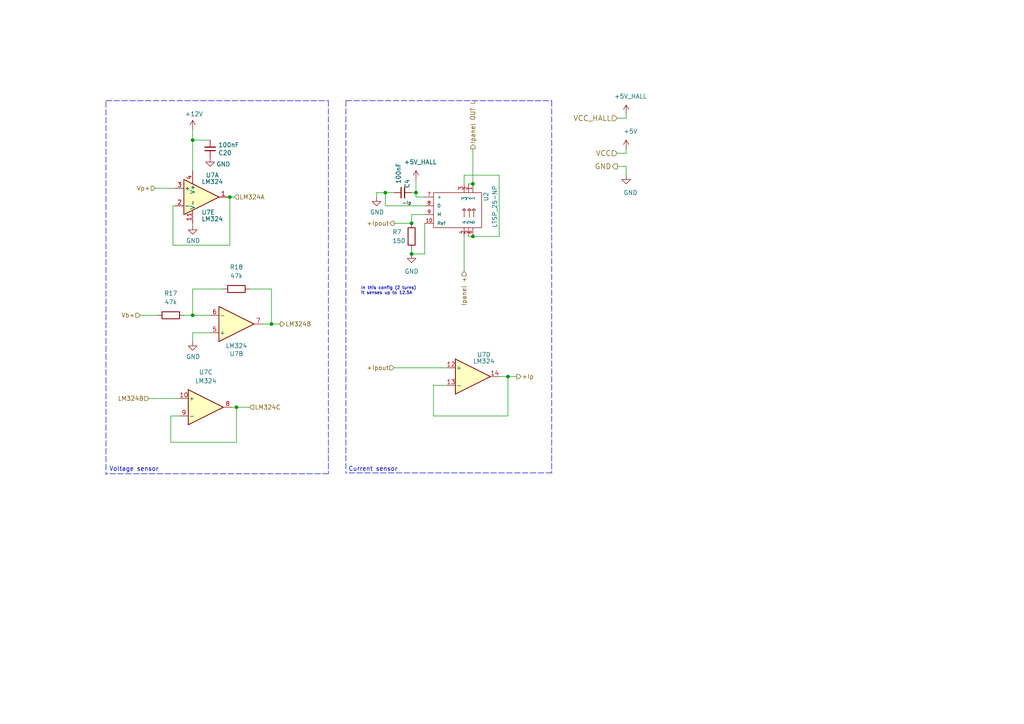
<source format=kicad_sch>
(kicad_sch
	(version 20231120)
	(generator "eeschema")
	(generator_version "8.0")
	(uuid "1d6cba03-a266-4f49-8577-2f919dd4e552")
	(paper "A4")
	(lib_symbols
		(symbol "Amplifier_Operational:LM324"
			(pin_names
				(offset 0.127)
			)
			(exclude_from_sim no)
			(in_bom yes)
			(on_board yes)
			(property "Reference" "U"
				(at 0 5.08 0)
				(effects
					(font
						(size 1.27 1.27)
					)
					(justify left)
				)
			)
			(property "Value" "LM324"
				(at 0 -5.08 0)
				(effects
					(font
						(size 1.27 1.27)
					)
					(justify left)
				)
			)
			(property "Footprint" ""
				(at -1.27 2.54 0)
				(effects
					(font
						(size 1.27 1.27)
					)
					(hide yes)
				)
			)
			(property "Datasheet" "http://www.ti.com/lit/ds/symlink/lm2902-n.pdf"
				(at 1.27 5.08 0)
				(effects
					(font
						(size 1.27 1.27)
					)
					(hide yes)
				)
			)
			(property "Description" "Low-Power, Quad-Operational Amplifiers, DIP-14/SOIC-14/SSOP-14"
				(at 0 0 0)
				(effects
					(font
						(size 1.27 1.27)
					)
					(hide yes)
				)
			)
			(property "ki_locked" ""
				(at 0 0 0)
				(effects
					(font
						(size 1.27 1.27)
					)
				)
			)
			(property "ki_keywords" "quad opamp"
				(at 0 0 0)
				(effects
					(font
						(size 1.27 1.27)
					)
					(hide yes)
				)
			)
			(property "ki_fp_filters" "SOIC*3.9x8.7mm*P1.27mm* DIP*W7.62mm* TSSOP*4.4x5mm*P0.65mm* SSOP*5.3x6.2mm*P0.65mm* MSOP*3x3mm*P0.5mm*"
				(at 0 0 0)
				(effects
					(font
						(size 1.27 1.27)
					)
					(hide yes)
				)
			)
			(symbol "LM324_1_1"
				(polyline
					(pts
						(xy -5.08 5.08) (xy 5.08 0) (xy -5.08 -5.08) (xy -5.08 5.08)
					)
					(stroke
						(width 0.254)
						(type default)
					)
					(fill
						(type background)
					)
				)
				(pin output line
					(at 7.62 0 180)
					(length 2.54)
					(name "~"
						(effects
							(font
								(size 1.27 1.27)
							)
						)
					)
					(number "1"
						(effects
							(font
								(size 1.27 1.27)
							)
						)
					)
				)
				(pin input line
					(at -7.62 -2.54 0)
					(length 2.54)
					(name "-"
						(effects
							(font
								(size 1.27 1.27)
							)
						)
					)
					(number "2"
						(effects
							(font
								(size 1.27 1.27)
							)
						)
					)
				)
				(pin input line
					(at -7.62 2.54 0)
					(length 2.54)
					(name "+"
						(effects
							(font
								(size 1.27 1.27)
							)
						)
					)
					(number "3"
						(effects
							(font
								(size 1.27 1.27)
							)
						)
					)
				)
			)
			(symbol "LM324_2_1"
				(polyline
					(pts
						(xy -5.08 5.08) (xy 5.08 0) (xy -5.08 -5.08) (xy -5.08 5.08)
					)
					(stroke
						(width 0.254)
						(type default)
					)
					(fill
						(type background)
					)
				)
				(pin input line
					(at -7.62 2.54 0)
					(length 2.54)
					(name "+"
						(effects
							(font
								(size 1.27 1.27)
							)
						)
					)
					(number "5"
						(effects
							(font
								(size 1.27 1.27)
							)
						)
					)
				)
				(pin input line
					(at -7.62 -2.54 0)
					(length 2.54)
					(name "-"
						(effects
							(font
								(size 1.27 1.27)
							)
						)
					)
					(number "6"
						(effects
							(font
								(size 1.27 1.27)
							)
						)
					)
				)
				(pin output line
					(at 7.62 0 180)
					(length 2.54)
					(name "~"
						(effects
							(font
								(size 1.27 1.27)
							)
						)
					)
					(number "7"
						(effects
							(font
								(size 1.27 1.27)
							)
						)
					)
				)
			)
			(symbol "LM324_3_1"
				(polyline
					(pts
						(xy -5.08 5.08) (xy 5.08 0) (xy -5.08 -5.08) (xy -5.08 5.08)
					)
					(stroke
						(width 0.254)
						(type default)
					)
					(fill
						(type background)
					)
				)
				(pin input line
					(at -7.62 2.54 0)
					(length 2.54)
					(name "+"
						(effects
							(font
								(size 1.27 1.27)
							)
						)
					)
					(number "10"
						(effects
							(font
								(size 1.27 1.27)
							)
						)
					)
				)
				(pin output line
					(at 7.62 0 180)
					(length 2.54)
					(name "~"
						(effects
							(font
								(size 1.27 1.27)
							)
						)
					)
					(number "8"
						(effects
							(font
								(size 1.27 1.27)
							)
						)
					)
				)
				(pin input line
					(at -7.62 -2.54 0)
					(length 2.54)
					(name "-"
						(effects
							(font
								(size 1.27 1.27)
							)
						)
					)
					(number "9"
						(effects
							(font
								(size 1.27 1.27)
							)
						)
					)
				)
			)
			(symbol "LM324_4_1"
				(polyline
					(pts
						(xy -5.08 5.08) (xy 5.08 0) (xy -5.08 -5.08) (xy -5.08 5.08)
					)
					(stroke
						(width 0.254)
						(type default)
					)
					(fill
						(type background)
					)
				)
				(pin input line
					(at -7.62 2.54 0)
					(length 2.54)
					(name "+"
						(effects
							(font
								(size 1.27 1.27)
							)
						)
					)
					(number "12"
						(effects
							(font
								(size 1.27 1.27)
							)
						)
					)
				)
				(pin input line
					(at -7.62 -2.54 0)
					(length 2.54)
					(name "-"
						(effects
							(font
								(size 1.27 1.27)
							)
						)
					)
					(number "13"
						(effects
							(font
								(size 1.27 1.27)
							)
						)
					)
				)
				(pin output line
					(at 7.62 0 180)
					(length 2.54)
					(name "~"
						(effects
							(font
								(size 1.27 1.27)
							)
						)
					)
					(number "14"
						(effects
							(font
								(size 1.27 1.27)
							)
						)
					)
				)
			)
			(symbol "LM324_5_1"
				(pin power_in line
					(at -2.54 -7.62 90)
					(length 3.81)
					(name "V-"
						(effects
							(font
								(size 1.27 1.27)
							)
						)
					)
					(number "11"
						(effects
							(font
								(size 1.27 1.27)
							)
						)
					)
				)
				(pin power_in line
					(at -2.54 7.62 270)
					(length 3.81)
					(name "V+"
						(effects
							(font
								(size 1.27 1.27)
							)
						)
					)
					(number "4"
						(effects
							(font
								(size 1.27 1.27)
							)
						)
					)
				)
			)
		)
		(symbol "Device:C_Small"
			(pin_numbers hide)
			(pin_names
				(offset 0.254) hide)
			(exclude_from_sim no)
			(in_bom yes)
			(on_board yes)
			(property "Reference" "C"
				(at 0.254 1.778 0)
				(effects
					(font
						(size 1.27 1.27)
					)
					(justify left)
				)
			)
			(property "Value" "C_Small"
				(at 0.254 -2.032 0)
				(effects
					(font
						(size 1.27 1.27)
					)
					(justify left)
				)
			)
			(property "Footprint" ""
				(at 0 0 0)
				(effects
					(font
						(size 1.27 1.27)
					)
					(hide yes)
				)
			)
			(property "Datasheet" "~"
				(at 0 0 0)
				(effects
					(font
						(size 1.27 1.27)
					)
					(hide yes)
				)
			)
			(property "Description" "Unpolarized capacitor, small symbol"
				(at 0 0 0)
				(effects
					(font
						(size 1.27 1.27)
					)
					(hide yes)
				)
			)
			(property "ki_keywords" "capacitor cap"
				(at 0 0 0)
				(effects
					(font
						(size 1.27 1.27)
					)
					(hide yes)
				)
			)
			(property "ki_fp_filters" "C_*"
				(at 0 0 0)
				(effects
					(font
						(size 1.27 1.27)
					)
					(hide yes)
				)
			)
			(symbol "C_Small_0_1"
				(polyline
					(pts
						(xy -1.524 -0.508) (xy 1.524 -0.508)
					)
					(stroke
						(width 0.3302)
						(type default)
					)
					(fill
						(type none)
					)
				)
				(polyline
					(pts
						(xy -1.524 0.508) (xy 1.524 0.508)
					)
					(stroke
						(width 0.3048)
						(type default)
					)
					(fill
						(type none)
					)
				)
			)
			(symbol "C_Small_1_1"
				(pin passive line
					(at 0 2.54 270)
					(length 2.032)
					(name "~"
						(effects
							(font
								(size 1.27 1.27)
							)
						)
					)
					(number "1"
						(effects
							(font
								(size 1.27 1.27)
							)
						)
					)
				)
				(pin passive line
					(at 0 -2.54 90)
					(length 2.032)
					(name "~"
						(effects
							(font
								(size 1.27 1.27)
							)
						)
					)
					(number "2"
						(effects
							(font
								(size 1.27 1.27)
							)
						)
					)
				)
			)
		)
		(symbol "Device:R"
			(pin_numbers hide)
			(pin_names
				(offset 0)
			)
			(exclude_from_sim no)
			(in_bom yes)
			(on_board yes)
			(property "Reference" "R"
				(at 2.032 0 90)
				(effects
					(font
						(size 1.27 1.27)
					)
				)
			)
			(property "Value" "R"
				(at 0 0 90)
				(effects
					(font
						(size 1.27 1.27)
					)
				)
			)
			(property "Footprint" ""
				(at -1.778 0 90)
				(effects
					(font
						(size 1.27 1.27)
					)
					(hide yes)
				)
			)
			(property "Datasheet" "~"
				(at 0 0 0)
				(effects
					(font
						(size 1.27 1.27)
					)
					(hide yes)
				)
			)
			(property "Description" "Resistor"
				(at 0 0 0)
				(effects
					(font
						(size 1.27 1.27)
					)
					(hide yes)
				)
			)
			(property "ki_keywords" "R res resistor"
				(at 0 0 0)
				(effects
					(font
						(size 1.27 1.27)
					)
					(hide yes)
				)
			)
			(property "ki_fp_filters" "R_*"
				(at 0 0 0)
				(effects
					(font
						(size 1.27 1.27)
					)
					(hide yes)
				)
			)
			(symbol "R_0_1"
				(rectangle
					(start -1.016 -2.54)
					(end 1.016 2.54)
					(stroke
						(width 0.254)
						(type default)
					)
					(fill
						(type none)
					)
				)
			)
			(symbol "R_1_1"
				(pin passive line
					(at 0 3.81 270)
					(length 1.27)
					(name "~"
						(effects
							(font
								(size 1.27 1.27)
							)
						)
					)
					(number "1"
						(effects
							(font
								(size 1.27 1.27)
							)
						)
					)
				)
				(pin passive line
					(at 0 -3.81 90)
					(length 1.27)
					(name "~"
						(effects
							(font
								(size 1.27 1.27)
							)
						)
					)
					(number "2"
						(effects
							(font
								(size 1.27 1.27)
							)
						)
					)
				)
			)
		)
		(symbol "GND_1"
			(power)
			(pin_numbers hide)
			(pin_names
				(offset 0) hide)
			(exclude_from_sim no)
			(in_bom yes)
			(on_board yes)
			(property "Reference" "#PWR"
				(at 0 -6.35 0)
				(effects
					(font
						(size 1.27 1.27)
					)
					(hide yes)
				)
			)
			(property "Value" "GND"
				(at 0 -3.81 0)
				(effects
					(font
						(size 1.27 1.27)
					)
				)
			)
			(property "Footprint" ""
				(at 0 0 0)
				(effects
					(font
						(size 1.27 1.27)
					)
					(hide yes)
				)
			)
			(property "Datasheet" ""
				(at 0 0 0)
				(effects
					(font
						(size 1.27 1.27)
					)
					(hide yes)
				)
			)
			(property "Description" "Power symbol creates a global label with name \"GND\" , ground"
				(at 0 0 0)
				(effects
					(font
						(size 1.27 1.27)
					)
					(hide yes)
				)
			)
			(property "ki_keywords" "global power"
				(at 0 0 0)
				(effects
					(font
						(size 1.27 1.27)
					)
					(hide yes)
				)
			)
			(symbol "GND_1_0_1"
				(polyline
					(pts
						(xy 0 0) (xy 0 -1.27) (xy 1.27 -1.27) (xy 0 -2.54) (xy -1.27 -1.27) (xy 0 -1.27)
					)
					(stroke
						(width 0)
						(type default)
					)
					(fill
						(type none)
					)
				)
			)
			(symbol "GND_1_1_1"
				(pin power_in line
					(at 0 0 270)
					(length 0)
					(name "~"
						(effects
							(font
								(size 1.27 1.27)
							)
						)
					)
					(number "1"
						(effects
							(font
								(size 1.27 1.27)
							)
						)
					)
				)
			)
		)
		(symbol "MCC18:LTSP_25-NP-Sensor_Current-Mcc18-rescue-Mcc18-rescue-Mcc18-rescue-Mcc18-rescue-Mcc18-rescue"
			(pin_names
				(offset 1.016)
			)
			(exclude_from_sim no)
			(in_bom yes)
			(on_board yes)
			(property "Reference" "U"
				(at 1.016 -15.24 0)
				(effects
					(font
						(size 0.9906 0.9906)
					)
				)
			)
			(property "Value" "LTSP_25-NP-Sensor_Current-Mcc18-rescue-Mcc18-rescue-Mcc18-rescue-Mcc18-rescue-Mcc18-rescue"
				(at 6.858 -15.24 0)
				(effects
					(font
						(size 0.9906 0.9906)
					)
				)
			)
			(property "Footprint" ""
				(at 0 0 0)
				(effects
					(font
						(size 1.27 1.27)
					)
					(hide yes)
				)
			)
			(property "Datasheet" ""
				(at 0 0 0)
				(effects
					(font
						(size 1.27 1.27)
					)
					(hide yes)
				)
			)
			(property "Description" ""
				(at 0 0 0)
				(effects
					(font
						(size 1.27 1.27)
					)
					(hide yes)
				)
			)
			(symbol "LTSP_25-NP-Sensor_Current-Mcc18-rescue-Mcc18-rescue-Mcc18-rescue-Mcc18-rescue-Mcc18-rescue_0_1"
				(polyline
					(pts
						(xy 7.112 -8.89) (xy 5.08 -8.89) (xy 5.08 -8.382) (xy 4.572 -8.89) (xy 5.08 -9.398) (xy 5.08 -8.89)
					)
					(stroke
						(width 0)
						(type solid)
					)
					(fill
						(type none)
					)
				)
				(rectangle
					(start 0 0)
					(end 10.16 -13.97)
					(stroke
						(width 0)
						(type solid)
					)
					(fill
						(type none)
					)
				)
			)
			(symbol "LTSP_25-NP-Sensor_Current-Mcc18-rescue-Mcc18-rescue-Mcc18-rescue-Mcc18-rescue-Mcc18-rescue_1_1"
				(polyline
					(pts
						(xy 7.112 -11.684) (xy 5.08 -11.684) (xy 5.08 -11.176) (xy 4.572 -11.684) (xy 5.08 -12.192) (xy 5.08 -11.684)
					)
					(stroke
						(width 0)
						(type solid)
					)
					(fill
						(type none)
					)
				)
				(polyline
					(pts
						(xy 7.112 -10.414) (xy 5.08 -10.414) (xy 5.08 -9.906) (xy 4.572 -10.414) (xy 5.08 -10.922) (xy 5.08 -10.414)
					)
					(stroke
						(width 0)
						(type solid)
					)
					(fill
						(type none)
					)
				)
				(pin bidirectional line
					(at -2.54 -11.43 0)
					(length 2.54)
					(name "1"
						(effects
							(font
								(size 0.9906 0.9906)
							)
						)
					)
					(number "1"
						(effects
							(font
								(size 0.9906 0.9906)
							)
						)
					)
				)
				(pin power_out line
					(at 8.89 2.54 270)
					(length 2.54)
					(name "Ref"
						(effects
							(font
								(size 0.9906 0.9906)
							)
						)
					)
					(number "10"
						(effects
							(font
								(size 0.9906 0.9906)
							)
						)
					)
				)
				(pin bidirectional line
					(at -2.54 -10.16 0)
					(length 2.54)
					(name "2"
						(effects
							(font
								(size 0.9906 0.9906)
							)
						)
					)
					(number "2"
						(effects
							(font
								(size 0.9906 0.9906)
							)
						)
					)
				)
				(pin bidirectional line
					(at -2.54 -8.89 0)
					(length 2.54)
					(name "3"
						(effects
							(font
								(size 1.27 1.27)
							)
						)
					)
					(number "3"
						(effects
							(font
								(size 1.27 1.27)
							)
						)
					)
				)
				(pin bidirectional line
					(at 12.7 -8.89 180)
					(length 2.54)
					(name "4"
						(effects
							(font
								(size 0.9906 0.9906)
							)
						)
					)
					(number "4"
						(effects
							(font
								(size 0.9906 0.9906)
							)
						)
					)
				)
				(pin bidirectional line
					(at 12.7 -10.16 180)
					(length 2.54)
					(name "5"
						(effects
							(font
								(size 0.9906 0.9906)
							)
						)
					)
					(number "5"
						(effects
							(font
								(size 0.9906 0.9906)
							)
						)
					)
				)
				(pin bidirectional line
					(at 12.7 -11.43 180)
					(length 2.54)
					(name "6"
						(effects
							(font
								(size 0.9906 0.9906)
							)
						)
					)
					(number "6"
						(effects
							(font
								(size 0.9906 0.9906)
							)
						)
					)
				)
				(pin power_in line
					(at 1.27 2.54 270)
					(length 2.54)
					(name "+"
						(effects
							(font
								(size 0.9906 0.9906)
							)
						)
					)
					(number "7"
						(effects
							(font
								(size 0.9906 0.9906)
							)
						)
					)
				)
				(pin power_in line
					(at 3.81 2.54 270)
					(length 2.54)
					(name "0"
						(effects
							(font
								(size 0.9906 0.9906)
							)
						)
					)
					(number "8"
						(effects
							(font
								(size 0.9906 0.9906)
							)
						)
					)
				)
				(pin output line
					(at 6.35 2.54 270)
					(length 2.54)
					(name "M"
						(effects
							(font
								(size 0.9906 0.9906)
							)
						)
					)
					(number "9"
						(effects
							(font
								(size 0.9906 0.9906)
							)
						)
					)
				)
			)
		)
		(symbol "power:+5V"
			(power)
			(pin_names
				(offset 0)
			)
			(exclude_from_sim no)
			(in_bom yes)
			(on_board yes)
			(property "Reference" "#PWR"
				(at 0 -3.81 0)
				(effects
					(font
						(size 1.27 1.27)
					)
					(hide yes)
				)
			)
			(property "Value" "+5V"
				(at 0 3.556 0)
				(effects
					(font
						(size 1.27 1.27)
					)
				)
			)
			(property "Footprint" ""
				(at 0 0 0)
				(effects
					(font
						(size 1.27 1.27)
					)
					(hide yes)
				)
			)
			(property "Datasheet" ""
				(at 0 0 0)
				(effects
					(font
						(size 1.27 1.27)
					)
					(hide yes)
				)
			)
			(property "Description" "Power symbol creates a global label with name \"+5V\""
				(at 0 0 0)
				(effects
					(font
						(size 1.27 1.27)
					)
					(hide yes)
				)
			)
			(property "ki_keywords" "global power"
				(at 0 0 0)
				(effects
					(font
						(size 1.27 1.27)
					)
					(hide yes)
				)
			)
			(symbol "+5V_0_1"
				(polyline
					(pts
						(xy -0.762 1.27) (xy 0 2.54)
					)
					(stroke
						(width 0)
						(type default)
					)
					(fill
						(type none)
					)
				)
				(polyline
					(pts
						(xy 0 0) (xy 0 2.54)
					)
					(stroke
						(width 0)
						(type default)
					)
					(fill
						(type none)
					)
				)
				(polyline
					(pts
						(xy 0 2.54) (xy 0.762 1.27)
					)
					(stroke
						(width 0)
						(type default)
					)
					(fill
						(type none)
					)
				)
			)
			(symbol "+5V_1_1"
				(pin power_in line
					(at 0 0 90)
					(length 0) hide
					(name "+5V"
						(effects
							(font
								(size 1.27 1.27)
							)
						)
					)
					(number "1"
						(effects
							(font
								(size 1.27 1.27)
							)
						)
					)
				)
			)
		)
		(symbol "power:GND"
			(power)
			(pin_names
				(offset 0)
			)
			(exclude_from_sim no)
			(in_bom yes)
			(on_board yes)
			(property "Reference" "#PWR"
				(at 0 -6.35 0)
				(effects
					(font
						(size 1.27 1.27)
					)
					(hide yes)
				)
			)
			(property "Value" "GND"
				(at 0 -3.81 0)
				(effects
					(font
						(size 1.27 1.27)
					)
				)
			)
			(property "Footprint" ""
				(at 0 0 0)
				(effects
					(font
						(size 1.27 1.27)
					)
					(hide yes)
				)
			)
			(property "Datasheet" ""
				(at 0 0 0)
				(effects
					(font
						(size 1.27 1.27)
					)
					(hide yes)
				)
			)
			(property "Description" "Power symbol creates a global label with name \"GND\" , ground"
				(at 0 0 0)
				(effects
					(font
						(size 1.27 1.27)
					)
					(hide yes)
				)
			)
			(property "ki_keywords" "global power"
				(at 0 0 0)
				(effects
					(font
						(size 1.27 1.27)
					)
					(hide yes)
				)
			)
			(symbol "GND_0_1"
				(polyline
					(pts
						(xy 0 0) (xy 0 -1.27) (xy 1.27 -1.27) (xy 0 -2.54) (xy -1.27 -1.27) (xy 0 -1.27)
					)
					(stroke
						(width 0)
						(type default)
					)
					(fill
						(type none)
					)
				)
			)
			(symbol "GND_1_1"
				(pin power_in line
					(at 0 0 270)
					(length 0) hide
					(name "GND"
						(effects
							(font
								(size 1.27 1.27)
							)
						)
					)
					(number "1"
						(effects
							(font
								(size 1.27 1.27)
							)
						)
					)
				)
			)
		)
	)
	(junction
		(at 137.16 53.34)
		(diameter 0)
		(color 0 0 0 0)
		(uuid "0e5aeecb-8fae-4b43-9f5c-01a156508b9c")
	)
	(junction
		(at 78.74 93.98)
		(diameter 0)
		(color 0 0 0 0)
		(uuid "17435354-1a62-489c-ae04-711b4856175c")
	)
	(junction
		(at 119.38 64.77)
		(diameter 0)
		(color 0 0 0 0)
		(uuid "3ed096e4-f2ae-4a6c-846c-1cc71a55d852")
	)
	(junction
		(at 55.88 40.64)
		(diameter 0)
		(color 0 0 0 0)
		(uuid "756ef42a-0653-4a16-add8-40d9ce425069")
	)
	(junction
		(at 55.88 91.44)
		(diameter 0)
		(color 0 0 0 0)
		(uuid "9493c7a2-1676-48c8-b3a1-dcef219be8a6")
	)
	(junction
		(at 68.58 118.11)
		(diameter 0)
		(color 0 0 0 0)
		(uuid "9f430526-2399-4b68-8dd5-499d39807049")
	)
	(junction
		(at 119.38 73.66)
		(diameter 0)
		(color 0 0 0 0)
		(uuid "a08be145-540a-4a7b-8e4d-3109447befe9")
	)
	(junction
		(at 66.675 57.15)
		(diameter 0)
		(color 0 0 0 0)
		(uuid "c9215a4d-5114-4560-8068-3c2e940ff0aa")
	)
	(junction
		(at 147.32 109.22)
		(diameter 0)
		(color 0 0 0 0)
		(uuid "eec8bf57-3c46-4644-99da-0a70dd4cd88a")
	)
	(junction
		(at 137.16 68.58)
		(diameter 0)
		(color 0 0 0 0)
		(uuid "f4a14d41-7402-4b3d-a270-eabefad8149c")
	)
	(junction
		(at 120.65 55.88)
		(diameter 0)
		(color 0 0 0 0)
		(uuid "fd4ed270-31fb-40bf-b198-0592ad015ada")
	)
	(junction
		(at 111.76 55.88)
		(diameter 0)
		(color 0 0 0 0)
		(uuid "fe15d007-20c1-4b6d-ab57-857b9b930ca8")
	)
	(wire
		(pts
			(xy 181.61 44.45) (xy 181.61 43.18)
		)
		(stroke
			(width 0)
			(type default)
		)
		(uuid "039157d5-24cf-40e3-8af1-4811561e9e9e")
	)
	(wire
		(pts
			(xy 49.53 128.27) (xy 68.58 128.27)
		)
		(stroke
			(width 0)
			(type default)
		)
		(uuid "04cc0fe5-9f5b-44a2-a70e-5b5463b1e218")
	)
	(wire
		(pts
			(xy 125.73 120.65) (xy 147.32 120.65)
		)
		(stroke
			(width 0)
			(type default)
		)
		(uuid "0563ac93-c552-456b-91e1-598e1f379688")
	)
	(wire
		(pts
			(xy 114.3 106.68) (xy 129.54 106.68)
		)
		(stroke
			(width 0)
			(type default)
		)
		(uuid "059d79f0-6319-4a07-b735-0f92af2a4404")
	)
	(wire
		(pts
			(xy 50.165 71.12) (xy 66.675 71.12)
		)
		(stroke
			(width 0)
			(type default)
		)
		(uuid "06e6ce64-a1e2-43aa-8da9-07a2bd26f088")
	)
	(wire
		(pts
			(xy 50.165 59.69) (xy 50.165 71.12)
		)
		(stroke
			(width 0)
			(type default)
		)
		(uuid "0d4d8653-db0b-4b73-bacd-23bb4f9830e2")
	)
	(wire
		(pts
			(xy 144.78 50.8) (xy 134.62 50.8)
		)
		(stroke
			(width 0)
			(type default)
		)
		(uuid "1002c317-c180-4523-b1a4-88405d0e69d5")
	)
	(wire
		(pts
			(xy 125.73 120.65) (xy 125.73 111.76)
		)
		(stroke
			(width 0)
			(type default)
		)
		(uuid "10fc27db-42a9-4f73-8429-cea6ae70d9de")
	)
	(wire
		(pts
			(xy 109.22 57.15) (xy 109.22 55.88)
		)
		(stroke
			(width 0)
			(type default)
		)
		(uuid "18f198db-927f-44d8-9047-2008c2a8468c")
	)
	(wire
		(pts
			(xy 179.07 34.29) (xy 181.61 34.29)
		)
		(stroke
			(width 0)
			(type default)
		)
		(uuid "1ab4ed6f-9313-44db-bead-97e845af4294")
	)
	(wire
		(pts
			(xy 45.085 54.61) (xy 50.8 54.61)
		)
		(stroke
			(width 0)
			(type default)
		)
		(uuid "1b9096c2-c6e9-4bcd-9777-480b9439bc13")
	)
	(wire
		(pts
			(xy 52.07 120.65) (xy 49.53 120.65)
		)
		(stroke
			(width 0)
			(type default)
		)
		(uuid "25dfa071-4f5b-47fa-92e9-40b0feb2e524")
	)
	(wire
		(pts
			(xy 123.19 73.66) (xy 119.38 73.66)
		)
		(stroke
			(width 0)
			(type default)
		)
		(uuid "294ec450-2888-470e-950d-df1920aa408c")
	)
	(wire
		(pts
			(xy 67.31 118.11) (xy 68.58 118.11)
		)
		(stroke
			(width 0)
			(type default)
		)
		(uuid "2bab2fe4-b5b9-4c10-bde8-6225192c1b16")
	)
	(polyline
		(pts
			(xy 160.02 29.21) (xy 160.02 137.16)
		)
		(stroke
			(width 0)
			(type dash)
		)
		(uuid "2fdaa1f7-f53e-4c29-8797-7a4c51a76dcc")
	)
	(wire
		(pts
			(xy 78.74 83.82) (xy 78.74 93.98)
		)
		(stroke
			(width 0)
			(type default)
		)
		(uuid "314fef68-761e-47ef-a9b1-976c5b8591c3")
	)
	(wire
		(pts
			(xy 119.38 55.88) (xy 120.65 55.88)
		)
		(stroke
			(width 0)
			(type default)
		)
		(uuid "33cce622-183c-4b7d-8cc1-65ba926912c1")
	)
	(wire
		(pts
			(xy 111.76 59.69) (xy 123.19 59.69)
		)
		(stroke
			(width 0)
			(type default)
		)
		(uuid "3b5e5267-8f5a-434d-815a-56604f2fc868")
	)
	(wire
		(pts
			(xy 179.07 48.26) (xy 181.61 48.26)
		)
		(stroke
			(width 0)
			(type default)
		)
		(uuid "419aade8-3092-4212-ba5c-ea0219a6c02a")
	)
	(wire
		(pts
			(xy 111.76 55.88) (xy 111.76 59.69)
		)
		(stroke
			(width 0)
			(type default)
		)
		(uuid "41f5ec2a-74fe-47a1-bb70-6a2fe23a9ae4")
	)
	(wire
		(pts
			(xy 135.89 68.58) (xy 137.16 68.58)
		)
		(stroke
			(width 0)
			(type default)
		)
		(uuid "441d715d-9dfe-48ec-a3eb-7a5342a2357e")
	)
	(wire
		(pts
			(xy 144.78 109.22) (xy 147.32 109.22)
		)
		(stroke
			(width 0)
			(type default)
		)
		(uuid "443067b8-cdd8-4188-9731-468ebaa329c8")
	)
	(wire
		(pts
			(xy 68.58 118.11) (xy 72.39 118.11)
		)
		(stroke
			(width 0)
			(type default)
		)
		(uuid "4cfb3730-c796-4ed4-9e3e-ad8413fdc9a2")
	)
	(wire
		(pts
			(xy 43.18 115.57) (xy 52.07 115.57)
		)
		(stroke
			(width 0)
			(type default)
		)
		(uuid "4ed969d5-7b5c-4cff-9925-838968685261")
	)
	(wire
		(pts
			(xy 125.73 111.76) (xy 129.54 111.76)
		)
		(stroke
			(width 0)
			(type default)
		)
		(uuid "4f95807c-22fc-411a-825a-81433d2e836e")
	)
	(wire
		(pts
			(xy 137.16 43.18) (xy 137.16 53.34)
		)
		(stroke
			(width 0)
			(type default)
		)
		(uuid "504d5778-3f62-4c96-96dd-5bf668090889")
	)
	(wire
		(pts
			(xy 137.16 53.34) (xy 135.89 53.34)
		)
		(stroke
			(width 0)
			(type default)
		)
		(uuid "5b2f9dc4-0098-44ff-baf2-ceead43906d3")
	)
	(wire
		(pts
			(xy 53.34 91.44) (xy 55.88 91.44)
		)
		(stroke
			(width 0)
			(type default)
		)
		(uuid "5e8f75fb-737c-465a-8ec5-84bb5e3b938c")
	)
	(polyline
		(pts
			(xy 100.33 29.21) (xy 100.33 137.16)
		)
		(stroke
			(width 0)
			(type dash)
		)
		(uuid "6037c361-0b7c-4788-b40a-29fe8e587c51")
	)
	(wire
		(pts
			(xy 179.07 44.45) (xy 181.61 44.45)
		)
		(stroke
			(width 0)
			(type default)
		)
		(uuid "61aabb39-c030-46bc-a2c4-4e8b205b5a1b")
	)
	(wire
		(pts
			(xy 181.61 33.02) (xy 181.61 34.29)
		)
		(stroke
			(width 0)
			(type default)
		)
		(uuid "62d9a239-0757-402e-82a9-1b5327f8faa0")
	)
	(wire
		(pts
			(xy 134.62 50.8) (xy 134.62 53.34)
		)
		(stroke
			(width 0)
			(type default)
		)
		(uuid "6807e6a6-6e61-483a-b62b-19d36c6fb9c3")
	)
	(wire
		(pts
			(xy 40.64 91.44) (xy 45.72 91.44)
		)
		(stroke
			(width 0)
			(type default)
		)
		(uuid "741a352e-9ab0-4849-ad94-c42cadabcba2")
	)
	(wire
		(pts
			(xy 49.53 120.65) (xy 49.53 128.27)
		)
		(stroke
			(width 0)
			(type default)
		)
		(uuid "783395f7-6017-4ba2-90f9-d553d4c65243")
	)
	(wire
		(pts
			(xy 147.32 120.65) (xy 147.32 109.22)
		)
		(stroke
			(width 0)
			(type default)
		)
		(uuid "792e1bbf-f785-471a-9ba9-0072c0607980")
	)
	(wire
		(pts
			(xy 50.165 59.69) (xy 50.8 59.69)
		)
		(stroke
			(width 0)
			(type default)
		)
		(uuid "80742d6f-4626-4f67-ab3f-2648231684d3")
	)
	(wire
		(pts
			(xy 123.19 62.23) (xy 119.38 62.23)
		)
		(stroke
			(width 0)
			(type default)
		)
		(uuid "85e28baf-e7af-4340-b8fa-078c24f7db1d")
	)
	(wire
		(pts
			(xy 120.65 57.15) (xy 123.19 57.15)
		)
		(stroke
			(width 0)
			(type default)
		)
		(uuid "85fa8165-79f0-4a88-bdc9-02fcfc91969b")
	)
	(wire
		(pts
			(xy 66.675 71.12) (xy 66.675 57.15)
		)
		(stroke
			(width 0)
			(type default)
		)
		(uuid "8dfab61a-3fac-45e7-b9d6-b97784cbb957")
	)
	(wire
		(pts
			(xy 181.61 48.26) (xy 181.61 50.8)
		)
		(stroke
			(width 0)
			(type default)
		)
		(uuid "91c8e1ff-0fb5-4b46-ab78-6e17aea7c578")
	)
	(wire
		(pts
			(xy 134.62 68.58) (xy 134.62 78.74)
		)
		(stroke
			(width 0)
			(type default)
		)
		(uuid "9353f748-52b5-4a4b-8578-8eba06eb7b2f")
	)
	(polyline
		(pts
			(xy 30.734 29.21) (xy 95.25 29.21)
		)
		(stroke
			(width 0)
			(type dash)
		)
		(uuid "9619576b-1633-4315-b71e-06e47518ccce")
	)
	(wire
		(pts
			(xy 119.38 72.39) (xy 119.38 73.66)
		)
		(stroke
			(width 0)
			(type default)
		)
		(uuid "983a3ee8-2d94-413b-97ca-722a85ffd95f")
	)
	(wire
		(pts
			(xy 55.88 96.52) (xy 60.96 96.52)
		)
		(stroke
			(width 0)
			(type default)
		)
		(uuid "9ad7214d-62ff-4038-8b94-5b209d9b383c")
	)
	(wire
		(pts
			(xy 55.88 64.77) (xy 55.88 65.405)
		)
		(stroke
			(width 0)
			(type default)
		)
		(uuid "9b6487de-a599-41b4-9cfd-19d806ef1974")
	)
	(polyline
		(pts
			(xy 95.25 137.414) (xy 30.734 137.414)
		)
		(stroke
			(width 0)
			(type dash)
		)
		(uuid "9d41e2a8-227e-4386-a6f7-34a4af4688ac")
	)
	(wire
		(pts
			(xy 114.3 64.77) (xy 119.38 64.77)
		)
		(stroke
			(width 0)
			(type default)
		)
		(uuid "a192348c-1581-4b2e-bf40-e046ec7f917e")
	)
	(wire
		(pts
			(xy 68.58 118.11) (xy 68.58 128.27)
		)
		(stroke
			(width 0)
			(type default)
		)
		(uuid "a683af99-fc0a-4e01-aa3d-e0712f040236")
	)
	(polyline
		(pts
			(xy 100.33 29.21) (xy 160.02 29.21)
		)
		(stroke
			(width 0)
			(type dash)
		)
		(uuid "a9e93d47-7ad6-44fa-bd97-02d8d3795efa")
	)
	(wire
		(pts
			(xy 55.88 99.06) (xy 55.88 96.52)
		)
		(stroke
			(width 0)
			(type default)
		)
		(uuid "b0acb6bf-bfaa-4072-bf43-1396b052c858")
	)
	(polyline
		(pts
			(xy 30.734 29.464) (xy 30.734 137.668)
		)
		(stroke
			(width 0)
			(type dash)
		)
		(uuid "b0d83dc9-09c1-4a9c-a7fe-3cf48fa029ba")
	)
	(polyline
		(pts
			(xy 95.25 29.21) (xy 95.25 137.414)
		)
		(stroke
			(width 0)
			(type dash)
		)
		(uuid "b6d42e21-054f-4966-a7b9-e1108bf54154")
	)
	(polyline
		(pts
			(xy 160.02 137.16) (xy 100.33 137.16)
		)
		(stroke
			(width 0)
			(type dash)
		)
		(uuid "b8870478-2bf4-49b9-aee4-5cede9040e31")
	)
	(wire
		(pts
			(xy 147.32 109.22) (xy 149.86 109.22)
		)
		(stroke
			(width 0)
			(type default)
		)
		(uuid "beb61d18-7b3f-477f-9299-ae76c00661b6")
	)
	(wire
		(pts
			(xy 64.77 83.82) (xy 55.88 83.82)
		)
		(stroke
			(width 0)
			(type default)
		)
		(uuid "c2c983a4-349f-469c-89de-5d41eb2918a4")
	)
	(wire
		(pts
			(xy 55.88 40.64) (xy 55.88 49.53)
		)
		(stroke
			(width 0)
			(type default)
		)
		(uuid "c406a4c0-f54a-42e2-b317-913fec4c967b")
	)
	(wire
		(pts
			(xy 109.22 55.88) (xy 111.76 55.88)
		)
		(stroke
			(width 0)
			(type default)
		)
		(uuid "c6ec51bb-d897-4fd9-9538-43d776e6b185")
	)
	(wire
		(pts
			(xy 66.675 57.15) (xy 66.04 57.15)
		)
		(stroke
			(width 0)
			(type default)
		)
		(uuid "c8f63442-9fad-4424-b617-3b38e34a0666")
	)
	(wire
		(pts
			(xy 55.88 37.465) (xy 55.88 40.64)
		)
		(stroke
			(width 0)
			(type default)
		)
		(uuid "cb5275e5-fc30-42a8-841d-6e28fcbbff74")
	)
	(wire
		(pts
			(xy 78.74 93.98) (xy 81.28 93.98)
		)
		(stroke
			(width 0)
			(type default)
		)
		(uuid "cd2600c6-e3f2-44cb-ab66-a8f9ccb2ae78")
	)
	(wire
		(pts
			(xy 55.88 83.82) (xy 55.88 91.44)
		)
		(stroke
			(width 0)
			(type default)
		)
		(uuid "d7951651-5723-421d-b0eb-79b91705bcac")
	)
	(wire
		(pts
			(xy 120.65 55.88) (xy 120.65 57.15)
		)
		(stroke
			(width 0)
			(type default)
		)
		(uuid "d8fd242f-1de9-421f-aa53-680278d027a4")
	)
	(wire
		(pts
			(xy 72.39 83.82) (xy 78.74 83.82)
		)
		(stroke
			(width 0)
			(type default)
		)
		(uuid "d922961d-d5cf-4827-a45c-7716d263861a")
	)
	(wire
		(pts
			(xy 55.88 91.44) (xy 60.96 91.44)
		)
		(stroke
			(width 0)
			(type default)
		)
		(uuid "ddb57af9-6f15-4fdf-867c-d9e2f606ab87")
	)
	(wire
		(pts
			(xy 137.16 68.58) (xy 144.78 68.58)
		)
		(stroke
			(width 0)
			(type default)
		)
		(uuid "df287f47-95ef-4d81-9a2d-d369a65bd0a7")
	)
	(wire
		(pts
			(xy 111.76 55.88) (xy 114.3 55.88)
		)
		(stroke
			(width 0)
			(type default)
		)
		(uuid "dfc9ea40-5e1c-473c-ac49-fbe0d7da6336")
	)
	(wire
		(pts
			(xy 120.65 52.07) (xy 120.65 55.88)
		)
		(stroke
			(width 0)
			(type default)
		)
		(uuid "e8c26690-127c-4b1f-a009-bf0481a51c9a")
	)
	(wire
		(pts
			(xy 144.78 68.58) (xy 144.78 50.8)
		)
		(stroke
			(width 0)
			(type default)
		)
		(uuid "eaa23204-82a3-4694-a0d0-7c09dadadf6b")
	)
	(wire
		(pts
			(xy 67.945 57.15) (xy 66.675 57.15)
		)
		(stroke
			(width 0)
			(type default)
		)
		(uuid "eb4594b4-f9ed-4598-84e2-546d27fee3e8")
	)
	(wire
		(pts
			(xy 60.96 40.64) (xy 55.88 40.64)
		)
		(stroke
			(width 0)
			(type default)
		)
		(uuid "f1c022f8-9d23-4fad-bd8d-fd0f47de27c0")
	)
	(wire
		(pts
			(xy 119.38 62.23) (xy 119.38 64.77)
		)
		(stroke
			(width 0)
			(type default)
		)
		(uuid "f42563fd-d13a-4f60-9397-404279bf2269")
	)
	(wire
		(pts
			(xy 123.19 64.77) (xy 123.19 73.66)
		)
		(stroke
			(width 0)
			(type default)
		)
		(uuid "f593342e-c1cb-421a-bae0-d44b3931cd60")
	)
	(wire
		(pts
			(xy 76.2 93.98) (xy 78.74 93.98)
		)
		(stroke
			(width 0)
			(type default)
		)
		(uuid "f8b52b46-44a6-47d5-a199-6a356c9f496c")
	)
	(text "In this config (2 turns) \nit senses up to 12.5A"
		(exclude_from_sim no)
		(at 104.648 85.598 0)
		(effects
			(font
				(size 0.889 0.889)
			)
			(justify left bottom)
		)
		(uuid "3bfa3b3b-00e1-4a5e-8197-94b565b292c2")
	)
	(text "Voltage sensor"
		(exclude_from_sim no)
		(at 38.862 136.144 0)
		(effects
			(font
				(size 1.27 1.27)
			)
		)
		(uuid "dbf03b6c-0266-4565-bc84-5c212071c992")
	)
	(text "Current sensor"
		(exclude_from_sim no)
		(at 108.204 136.144 0)
		(effects
			(font
				(size 1.27 1.27)
			)
		)
		(uuid "f40a95a3-6de7-464b-a4e7-6868469184ad")
	)
	(label "-Ip"
		(at 119.38 59.69 180)
		(fields_autoplaced yes)
		(effects
			(font
				(size 0.9906 0.9906)
			)
			(justify right bottom)
		)
		(uuid "413f7f11-5cc8-4cbc-8746-72cb69c40303")
	)
	(hierarchical_label "GND"
		(shape output)
		(at 179.07 48.26 180)
		(fields_autoplaced yes)
		(effects
			(font
				(size 1.524 1.524)
			)
			(justify right)
		)
		(uuid "0a08ddc6-f162-4641-93c0-a39eaff46161")
	)
	(hierarchical_label "Vb+"
		(shape input)
		(at 40.64 91.44 180)
		(fields_autoplaced yes)
		(effects
			(font
				(size 1.27 1.27)
			)
			(justify right)
		)
		(uuid "1931b68e-eee5-4a0a-b719-701ea71cf348")
	)
	(hierarchical_label "LM324B"
		(shape input)
		(at 43.18 115.57 180)
		(fields_autoplaced yes)
		(effects
			(font
				(size 1.27 1.27)
			)
			(justify right)
		)
		(uuid "24b84d9e-afc0-4eaf-9bde-fa415b412deb")
	)
	(hierarchical_label "LM324A"
		(shape input)
		(at 67.945 57.15 0)
		(fields_autoplaced yes)
		(effects
			(font
				(size 1.27 1.27)
			)
			(justify left)
		)
		(uuid "34d0a4c5-c6b0-449e-8ab0-3a12c78fcf74")
	)
	(hierarchical_label "LM324B"
		(shape output)
		(at 81.28 93.98 0)
		(fields_autoplaced yes)
		(effects
			(font
				(size 1.27 1.27)
			)
			(justify left)
		)
		(uuid "3a8eaabe-52bf-424d-99aa-4e952faec116")
	)
	(hierarchical_label "+Ip"
		(shape output)
		(at 149.86 109.22 0)
		(fields_autoplaced yes)
		(effects
			(font
				(size 1.27 1.27)
			)
			(justify left)
		)
		(uuid "6fea4724-9d52-41c5-b202-0a28d10e2b3e")
	)
	(hierarchical_label "Ipanel +"
		(shape input)
		(at 134.62 78.74 270)
		(fields_autoplaced yes)
		(effects
			(font
				(size 1.27 1.27)
			)
			(justify right)
		)
		(uuid "822d4e5d-5233-4acc-ae00-0ec6175b847e")
	)
	(hierarchical_label "+Ipout"
		(shape output)
		(at 114.3 64.77 180)
		(fields_autoplaced yes)
		(effects
			(font
				(size 1.27 1.27)
			)
			(justify right)
		)
		(uuid "83ec61e8-46cc-4b54-858c-325ec61fec44")
	)
	(hierarchical_label "VCC_HALL"
		(shape input)
		(at 179.07 34.29 180)
		(fields_autoplaced yes)
		(effects
			(font
				(size 1.524 1.524)
			)
			(justify right)
		)
		(uuid "899abcf3-734c-4162-8e3b-8bc54a2d222f")
	)
	(hierarchical_label "LM324C"
		(shape input)
		(at 72.39 118.11 0)
		(fields_autoplaced yes)
		(effects
			(font
				(size 1.27 1.27)
			)
			(justify left)
		)
		(uuid "bcbe58d1-5b57-4cb8-aba0-1b7bc364d62e")
	)
	(hierarchical_label "Vp+"
		(shape input)
		(at 45.085 54.61 180)
		(fields_autoplaced yes)
		(effects
			(font
				(size 1.27 1.27)
			)
			(justify right)
		)
		(uuid "bdd0a9eb-d15b-4979-ace8-09bdf5141ed5")
	)
	(hierarchical_label "Ipanel OUT L"
		(shape output)
		(at 137.16 43.18 90)
		(fields_autoplaced yes)
		(effects
			(font
				(size 1.27 1.27)
			)
			(justify left)
		)
		(uuid "de2511e4-70d2-4dd5-90ad-f68fca086a00")
	)
	(hierarchical_label "+Ipout"
		(shape input)
		(at 114.3 106.68 180)
		(fields_autoplaced yes)
		(effects
			(font
				(size 1.27 1.27)
			)
			(justify right)
		)
		(uuid "e1937568-ed73-4ce7-ac4d-3642f8760259")
	)
	(hierarchical_label "VCC"
		(shape input)
		(at 179.07 44.45 180)
		(fields_autoplaced yes)
		(effects
			(font
				(size 1.524 1.524)
			)
			(justify right)
		)
		(uuid "f3b5ca24-09cf-4407-ac1d-92e23b600b41")
	)
	(symbol
		(lib_id "Device:C_Small")
		(at 60.96 43.18 0)
		(mirror x)
		(unit 1)
		(exclude_from_sim no)
		(in_bom yes)
		(on_board yes)
		(dnp no)
		(uuid "0f18485a-9734-44b6-b1b2-e89d72564935")
		(property "Reference" "C20"
			(at 63.2968 44.3484 0)
			(effects
				(font
					(size 1.27 1.27)
				)
				(justify left)
			)
		)
		(property "Value" "100nF"
			(at 63.2968 42.037 0)
			(effects
				(font
					(size 1.27 1.27)
				)
				(justify left)
			)
		)
		(property "Footprint" "Capacitor_SMD:C_0805_2012Metric_Pad1.18x1.45mm_HandSolder"
			(at 60.96 43.18 0)
			(effects
				(font
					(size 1.27 1.27)
				)
				(hide yes)
			)
		)
		(property "Datasheet" "~"
			(at 60.96 43.18 0)
			(effects
				(font
					(size 1.27 1.27)
				)
				(hide yes)
			)
		)
		(property "Description" ""
			(at 60.96 43.18 0)
			(effects
				(font
					(size 1.27 1.27)
				)
				(hide yes)
			)
		)
		(pin "2"
			(uuid "01ce681b-cca5-4998-9a80-7f6b4d48ec0d")
		)
		(pin "1"
			(uuid "e7a18e85-63e3-4cd6-80e5-054aa7951c5c")
		)
		(instances
			(project "MPPT 2024"
				(path "/51908e9a-fb45-4064-91b4-ad008e3463b9/deacc6bf-60bc-466c-a581-7b52af84e2f9"
					(reference "C20")
					(unit 1)
				)
			)
		)
	)
	(symbol
		(lib_id "Amplifier_Operational:LM324")
		(at 59.69 118.11 0)
		(unit 3)
		(exclude_from_sim no)
		(in_bom yes)
		(on_board yes)
		(dnp no)
		(fields_autoplaced yes)
		(uuid "1667e345-0bfd-4166-96c4-507995ad69d5")
		(property "Reference" "U7"
			(at 59.69 107.95 0)
			(effects
				(font
					(size 1.27 1.27)
				)
			)
		)
		(property "Value" "LM324"
			(at 59.69 110.49 0)
			(effects
				(font
					(size 1.27 1.27)
				)
			)
		)
		(property "Footprint" "Package_DIP:DIP-14_W7.62mm_LongPads"
			(at 58.42 115.57 0)
			(effects
				(font
					(size 1.27 1.27)
				)
				(hide yes)
			)
		)
		(property "Datasheet" "http://www.ti.com/lit/ds/symlink/lm2902-n.pdf"
			(at 60.96 113.03 0)
			(effects
				(font
					(size 1.27 1.27)
				)
				(hide yes)
			)
		)
		(property "Description" ""
			(at 59.69 118.11 0)
			(effects
				(font
					(size 1.27 1.27)
				)
				(hide yes)
			)
		)
		(pin "13"
			(uuid "c99fe155-9bf3-4979-ac2c-065ae31cf1db")
		)
		(pin "9"
			(uuid "8e1ca572-2130-413c-b86b-77fcf3c956ad")
		)
		(pin "14"
			(uuid "7cb38b7c-328b-462a-878a-af46a361608a")
		)
		(pin "10"
			(uuid "6aaf76d2-b1a3-43a7-b560-2f9650759dbc")
		)
		(pin "1"
			(uuid "fb22b8cf-6842-412d-86a0-54d935971392")
		)
		(pin "11"
			(uuid "6998bf94-addd-43c0-8ac8-bbc25ca46b88")
		)
		(pin "7"
			(uuid "dc8bb350-bc72-472e-85fe-ff939ab4780b")
		)
		(pin "3"
			(uuid "0a19ac05-fe15-49e8-a407-b3ab5ec5edb5")
		)
		(pin "2"
			(uuid "84c37f37-728b-4f0f-83fd-9096229616ce")
		)
		(pin "12"
			(uuid "2137aca0-95f5-4574-89a9-71c0d21486ee")
		)
		(pin "4"
			(uuid "3679a88d-83ad-4cfa-8976-fe2b8191d4f0")
		)
		(pin "8"
			(uuid "f36f9d7b-6bf1-4738-9fe6-738fcb893002")
		)
		(pin "6"
			(uuid "65b0b886-531d-47ed-b80e-34832f8ecccf")
		)
		(pin "5"
			(uuid "a5986fd7-40d6-41e8-863d-94eaca18b2dc")
		)
		(instances
			(project "MPPT 2024"
				(path "/51908e9a-fb45-4064-91b4-ad008e3463b9/deacc6bf-60bc-466c-a581-7b52af84e2f9"
					(reference "U7")
					(unit 3)
				)
			)
		)
	)
	(symbol
		(lib_id "power:GND")
		(at 181.61 50.8 0)
		(unit 1)
		(exclude_from_sim no)
		(in_bom yes)
		(on_board yes)
		(dnp no)
		(uuid "22000ab5-6a36-4a19-856a-fcdceeb5ac29")
		(property "Reference" "#PWR020"
			(at 181.61 57.15 0)
			(effects
				(font
					(size 1.27 1.27)
				)
				(hide yes)
			)
		)
		(property "Value" "GND"
			(at 182.88 55.88 0)
			(effects
				(font
					(size 1.27 1.27)
				)
			)
		)
		(property "Footprint" ""
			(at 181.61 50.8 0)
			(effects
				(font
					(size 1.27 1.27)
				)
				(hide yes)
			)
		)
		(property "Datasheet" ""
			(at 181.61 50.8 0)
			(effects
				(font
					(size 1.27 1.27)
				)
				(hide yes)
			)
		)
		(property "Description" ""
			(at 181.61 50.8 0)
			(effects
				(font
					(size 1.27 1.27)
				)
				(hide yes)
			)
		)
		(pin "1"
			(uuid "5c7f31df-2d5e-48ca-85ec-c4f2b5865435")
		)
		(instances
			(project "MPPT 2024"
				(path "/51908e9a-fb45-4064-91b4-ad008e3463b9/deacc6bf-60bc-466c-a581-7b52af84e2f9"
					(reference "#PWR020")
					(unit 1)
				)
			)
		)
	)
	(symbol
		(lib_id "Device:C_Small")
		(at 116.84 55.88 90)
		(unit 1)
		(exclude_from_sim no)
		(in_bom yes)
		(on_board yes)
		(dnp no)
		(uuid "382abdb0-efeb-483c-9b73-7e1cc0843e4d")
		(property "Reference" "C4"
			(at 118.11 54.61 0)
			(effects
				(font
					(size 1.27 1.27)
				)
				(justify left)
			)
		)
		(property "Value" "100nF"
			(at 115.57 53.34 0)
			(effects
				(font
					(size 1.27 1.27)
				)
				(justify left)
			)
		)
		(property "Footprint" "Capacitor_SMD:C_0805_2012Metric_Pad1.18x1.45mm_HandSolder"
			(at 116.84 55.88 0)
			(effects
				(font
					(size 1.27 1.27)
				)
				(hide yes)
			)
		)
		(property "Datasheet" ""
			(at 116.84 55.88 0)
			(effects
				(font
					(size 1.27 1.27)
				)
				(hide yes)
			)
		)
		(property "Description" ""
			(at 116.84 55.88 0)
			(effects
				(font
					(size 1.27 1.27)
				)
				(hide yes)
			)
		)
		(pin "1"
			(uuid "99e26a9a-756d-4213-92ef-f1f14bf0300f")
		)
		(pin "2"
			(uuid "c52bdb7c-abf2-4943-88d2-4eeb731693bc")
		)
		(instances
			(project "MPPT 2024"
				(path "/51908e9a-fb45-4064-91b4-ad008e3463b9/deacc6bf-60bc-466c-a581-7b52af84e2f9"
					(reference "C4")
					(unit 1)
				)
			)
		)
	)
	(symbol
		(lib_id "power:+5V")
		(at 55.88 37.465 0)
		(unit 1)
		(exclude_from_sim no)
		(in_bom yes)
		(on_board yes)
		(dnp no)
		(uuid "5c1e2fba-c537-4eb5-8285-402ade2eeaee")
		(property "Reference" "#PWR032"
			(at 55.88 41.275 0)
			(effects
				(font
					(size 1.27 1.27)
				)
				(hide yes)
			)
		)
		(property "Value" "+12V"
			(at 56.261 33.0708 0)
			(effects
				(font
					(size 1.27 1.27)
				)
			)
		)
		(property "Footprint" ""
			(at 55.88 37.465 0)
			(effects
				(font
					(size 1.27 1.27)
				)
				(hide yes)
			)
		)
		(property "Datasheet" ""
			(at 55.88 37.465 0)
			(effects
				(font
					(size 1.27 1.27)
				)
				(hide yes)
			)
		)
		(property "Description" ""
			(at 55.88 37.465 0)
			(effects
				(font
					(size 1.27 1.27)
				)
				(hide yes)
			)
		)
		(pin "1"
			(uuid "38d23af1-a862-48ec-9c84-fa6ffcf4fbcd")
		)
		(instances
			(project "MPPT 2024"
				(path "/51908e9a-fb45-4064-91b4-ad008e3463b9/deacc6bf-60bc-466c-a581-7b52af84e2f9"
					(reference "#PWR032")
					(unit 1)
				)
			)
		)
	)
	(symbol
		(lib_name "GND_1")
		(lib_id "power:GND")
		(at 119.38 73.66 0)
		(unit 1)
		(exclude_from_sim no)
		(in_bom yes)
		(on_board yes)
		(dnp no)
		(fields_autoplaced yes)
		(uuid "676d0281-5237-4eec-a08b-c8198cb59c1c")
		(property "Reference" "#PWR038"
			(at 119.38 80.01 0)
			(effects
				(font
					(size 1.27 1.27)
				)
				(hide yes)
			)
		)
		(property "Value" "GND"
			(at 119.38 78.74 0)
			(effects
				(font
					(size 1.27 1.27)
				)
			)
		)
		(property "Footprint" ""
			(at 119.38 73.66 0)
			(effects
				(font
					(size 1.27 1.27)
				)
				(hide yes)
			)
		)
		(property "Datasheet" ""
			(at 119.38 73.66 0)
			(effects
				(font
					(size 1.27 1.27)
				)
				(hide yes)
			)
		)
		(property "Description" "Power symbol creates a global label with name \"GND\" , ground"
			(at 119.38 73.66 0)
			(effects
				(font
					(size 1.27 1.27)
				)
				(hide yes)
			)
		)
		(pin "1"
			(uuid "8bc86809-d6ab-427d-999a-19cfcb5d4329")
		)
		(instances
			(project "MPPT 2024"
				(path "/51908e9a-fb45-4064-91b4-ad008e3463b9/deacc6bf-60bc-466c-a581-7b52af84e2f9"
					(reference "#PWR038")
					(unit 1)
				)
			)
		)
	)
	(symbol
		(lib_id "power:GND")
		(at 60.96 45.72 0)
		(unit 1)
		(exclude_from_sim no)
		(in_bom yes)
		(on_board yes)
		(dnp no)
		(uuid "67742ebd-e2b4-4947-a9da-43b9b35dadc3")
		(property "Reference" "#PWR034"
			(at 60.96 52.07 0)
			(effects
				(font
					(size 1.27 1.27)
				)
				(hide yes)
			)
		)
		(property "Value" "GND"
			(at 64.77 47.625 0)
			(effects
				(font
					(size 1.27 1.27)
				)
			)
		)
		(property "Footprint" ""
			(at 60.96 45.72 0)
			(effects
				(font
					(size 1.27 1.27)
				)
				(hide yes)
			)
		)
		(property "Datasheet" ""
			(at 60.96 45.72 0)
			(effects
				(font
					(size 1.27 1.27)
				)
				(hide yes)
			)
		)
		(property "Description" ""
			(at 60.96 45.72 0)
			(effects
				(font
					(size 1.27 1.27)
				)
				(hide yes)
			)
		)
		(pin "1"
			(uuid "e74cc1cc-564a-4252-b3cd-b579326954d7")
		)
		(instances
			(project "MPPT 2024"
				(path "/51908e9a-fb45-4064-91b4-ad008e3463b9/deacc6bf-60bc-466c-a581-7b52af84e2f9"
					(reference "#PWR034")
					(unit 1)
				)
			)
		)
	)
	(symbol
		(lib_id "power:+5V")
		(at 120.65 52.07 0)
		(unit 1)
		(exclude_from_sim no)
		(in_bom yes)
		(on_board yes)
		(dnp no)
		(uuid "7bd05e07-256a-48b5-bc63-580d604f4db2")
		(property "Reference" "#PWR036"
			(at 120.65 55.88 0)
			(effects
				(font
					(size 1.27 1.27)
				)
				(hide yes)
			)
		)
		(property "Value" "+5V_HALL"
			(at 121.92 46.99 0)
			(effects
				(font
					(size 1.27 1.27)
				)
			)
		)
		(property "Footprint" ""
			(at 120.65 52.07 0)
			(effects
				(font
					(size 1.27 1.27)
				)
				(hide yes)
			)
		)
		(property "Datasheet" ""
			(at 120.65 52.07 0)
			(effects
				(font
					(size 1.27 1.27)
				)
				(hide yes)
			)
		)
		(property "Description" ""
			(at 120.65 52.07 0)
			(effects
				(font
					(size 1.27 1.27)
				)
				(hide yes)
			)
		)
		(pin "1"
			(uuid "08a85403-e901-4468-92b0-e340d675ea0b")
		)
		(instances
			(project "MPPT 2024"
				(path "/51908e9a-fb45-4064-91b4-ad008e3463b9/deacc6bf-60bc-466c-a581-7b52af84e2f9"
					(reference "#PWR036")
					(unit 1)
				)
			)
		)
	)
	(symbol
		(lib_id "power:+5V")
		(at 181.61 33.02 0)
		(unit 1)
		(exclude_from_sim no)
		(in_bom yes)
		(on_board yes)
		(dnp no)
		(uuid "7ea45d5c-681e-49c6-940f-05a0c585cd69")
		(property "Reference" "#PWR035"
			(at 181.61 36.83 0)
			(effects
				(font
					(size 1.27 1.27)
				)
				(hide yes)
			)
		)
		(property "Value" "+5V_HALL"
			(at 182.88 27.94 0)
			(effects
				(font
					(size 1.27 1.27)
				)
			)
		)
		(property "Footprint" ""
			(at 181.61 33.02 0)
			(effects
				(font
					(size 1.27 1.27)
				)
				(hide yes)
			)
		)
		(property "Datasheet" ""
			(at 181.61 33.02 0)
			(effects
				(font
					(size 1.27 1.27)
				)
				(hide yes)
			)
		)
		(property "Description" ""
			(at 181.61 33.02 0)
			(effects
				(font
					(size 1.27 1.27)
				)
				(hide yes)
			)
		)
		(pin "1"
			(uuid "f843c64e-74ae-4bd8-a5f2-706d7e8c526b")
		)
		(instances
			(project "MPPT 2024"
				(path "/51908e9a-fb45-4064-91b4-ad008e3463b9/deacc6bf-60bc-466c-a581-7b52af84e2f9"
					(reference "#PWR035")
					(unit 1)
				)
			)
		)
	)
	(symbol
		(lib_id "Amplifier_Operational:LM324")
		(at 58.42 57.15 0)
		(unit 5)
		(exclude_from_sim no)
		(in_bom yes)
		(on_board yes)
		(dnp no)
		(uuid "7ef700e4-dc12-47bc-a969-4f3d08348b95")
		(property "Reference" "U7"
			(at 58.42 61.595 0)
			(effects
				(font
					(size 1.27 1.27)
				)
				(justify left)
			)
		)
		(property "Value" "LM324"
			(at 58.42 63.5 0)
			(effects
				(font
					(size 1.27 1.27)
				)
				(justify left)
			)
		)
		(property "Footprint" "Package_DIP:DIP-14_W7.62mm_LongPads"
			(at 57.15 54.61 0)
			(effects
				(font
					(size 1.27 1.27)
				)
				(hide yes)
			)
		)
		(property "Datasheet" "http://www.ti.com/lit/ds/symlink/lm2902-n.pdf"
			(at 59.69 52.07 0)
			(effects
				(font
					(size 1.27 1.27)
				)
				(hide yes)
			)
		)
		(property "Description" ""
			(at 58.42 57.15 0)
			(effects
				(font
					(size 1.27 1.27)
				)
				(hide yes)
			)
		)
		(pin "6"
			(uuid "f30ad744-943b-44f5-bf91-ef5a50c06c56")
		)
		(pin "10"
			(uuid "91f95000-8e9b-42cd-a552-336bf582df60")
		)
		(pin "13"
			(uuid "f1ec4d45-c877-4348-821a-78357e64efac")
		)
		(pin "9"
			(uuid "03e2a36a-e464-4fcd-bd11-7659a9662273")
		)
		(pin "7"
			(uuid "0a767e38-8a1e-4d9d-bfae-23bd79be1c6c")
		)
		(pin "14"
			(uuid "2d2ac084-da0a-4aa8-95ed-32eb4562fa25")
		)
		(pin "3"
			(uuid "ffe58be3-956e-410a-a7be-564da720a382")
		)
		(pin "12"
			(uuid "2bd32d72-e321-4669-9412-7653fb6f8377")
		)
		(pin "11"
			(uuid "974257c8-8ca3-4946-9e04-8b4a8e093e4e")
		)
		(pin "8"
			(uuid "1e0827e9-f64b-4553-8442-3523c7f4a9ea")
		)
		(pin "4"
			(uuid "db5a52c5-b9a7-4bb5-b608-481269a291d5")
		)
		(pin "1"
			(uuid "3b35f2c9-26d8-48e6-bd6e-da9a1bcfb988")
		)
		(pin "5"
			(uuid "f21b817c-916e-4122-831b-fd6cb7302908")
		)
		(pin "2"
			(uuid "18a9032b-48d2-4225-82bb-8daf370f9be8")
		)
		(instances
			(project "MPPT 2024"
				(path "/51908e9a-fb45-4064-91b4-ad008e3463b9/deacc6bf-60bc-466c-a581-7b52af84e2f9"
					(reference "U7")
					(unit 5)
				)
			)
		)
	)
	(symbol
		(lib_id "power:+5V")
		(at 181.61 43.18 0)
		(unit 1)
		(exclude_from_sim no)
		(in_bom yes)
		(on_board yes)
		(dnp no)
		(uuid "838ca660-03d8-4598-9cd3-7a27c579d1b6")
		(property "Reference" "#PWR019"
			(at 181.61 46.99 0)
			(effects
				(font
					(size 1.27 1.27)
				)
				(hide yes)
			)
		)
		(property "Value" "+5V"
			(at 182.88 38.1 0)
			(effects
				(font
					(size 1.27 1.27)
				)
			)
		)
		(property "Footprint" ""
			(at 181.61 43.18 0)
			(effects
				(font
					(size 1.27 1.27)
				)
				(hide yes)
			)
		)
		(property "Datasheet" ""
			(at 181.61 43.18 0)
			(effects
				(font
					(size 1.27 1.27)
				)
				(hide yes)
			)
		)
		(property "Description" ""
			(at 181.61 43.18 0)
			(effects
				(font
					(size 1.27 1.27)
				)
				(hide yes)
			)
		)
		(pin "1"
			(uuid "43455726-a840-4fb7-9152-c7d57409544d")
		)
		(instances
			(project "MPPT 2024"
				(path "/51908e9a-fb45-4064-91b4-ad008e3463b9/deacc6bf-60bc-466c-a581-7b52af84e2f9"
					(reference "#PWR019")
					(unit 1)
				)
			)
		)
	)
	(symbol
		(lib_id "Device:R")
		(at 68.58 83.82 90)
		(unit 1)
		(exclude_from_sim no)
		(in_bom yes)
		(on_board yes)
		(dnp no)
		(fields_autoplaced yes)
		(uuid "8ca0c9a2-c123-4e9d-9917-f037ac8ec4cd")
		(property "Reference" "R18"
			(at 68.58 77.47 90)
			(effects
				(font
					(size 1.27 1.27)
				)
			)
		)
		(property "Value" "47k"
			(at 68.58 80.01 90)
			(effects
				(font
					(size 1.27 1.27)
				)
			)
		)
		(property "Footprint" "Resistor_SMD:R_0805_2012Metric_Pad1.20x1.40mm_HandSolder"
			(at 68.58 85.598 90)
			(effects
				(font
					(size 1.27 1.27)
				)
				(hide yes)
			)
		)
		(property "Datasheet" "~"
			(at 68.58 83.82 0)
			(effects
				(font
					(size 1.27 1.27)
				)
				(hide yes)
			)
		)
		(property "Description" "Resistor"
			(at 68.58 83.82 0)
			(effects
				(font
					(size 1.27 1.27)
				)
				(hide yes)
			)
		)
		(pin "1"
			(uuid "4bb290b2-e273-4be9-ac8b-8a91018401ec")
		)
		(pin "2"
			(uuid "f0e36f36-9cc8-42b3-a68c-b4eb47163d4e")
		)
		(instances
			(project "MPPT 2024"
				(path "/51908e9a-fb45-4064-91b4-ad008e3463b9/deacc6bf-60bc-466c-a581-7b52af84e2f9"
					(reference "R18")
					(unit 1)
				)
			)
		)
	)
	(symbol
		(lib_id "Amplifier_Operational:LM324")
		(at 137.16 109.22 0)
		(unit 4)
		(exclude_from_sim no)
		(in_bom yes)
		(on_board yes)
		(dnp no)
		(uuid "8fbfafc3-2a69-49ed-9a97-bf237c5d5af6")
		(property "Reference" "U7"
			(at 140.335 102.87 0)
			(effects
				(font
					(size 1.27 1.27)
				)
			)
		)
		(property "Value" "LM324"
			(at 140.335 104.775 0)
			(effects
				(font
					(size 1.27 1.27)
				)
			)
		)
		(property "Footprint" "Package_DIP:DIP-14_W7.62mm_LongPads"
			(at 135.89 106.68 0)
			(effects
				(font
					(size 1.27 1.27)
				)
				(hide yes)
			)
		)
		(property "Datasheet" "http://www.ti.com/lit/ds/symlink/lm2902-n.pdf"
			(at 138.43 104.14 0)
			(effects
				(font
					(size 1.27 1.27)
				)
				(hide yes)
			)
		)
		(property "Description" ""
			(at 137.16 109.22 0)
			(effects
				(font
					(size 1.27 1.27)
				)
				(hide yes)
			)
		)
		(pin "2"
			(uuid "f84e21ef-7b96-4d12-9b6c-949960bff601")
		)
		(pin "10"
			(uuid "877f299a-444a-4ea7-89e7-2457c73b8933")
		)
		(pin "11"
			(uuid "291a05bc-6931-469a-99dd-0273fb2be75b")
		)
		(pin "5"
			(uuid "9b3cee03-adc2-4d32-898a-80ed0db0569c")
		)
		(pin "9"
			(uuid "a6ddc09f-1913-49f8-8fce-dc16c786c411")
		)
		(pin "3"
			(uuid "d8e217ed-ca94-4a08-ac5c-3fbe15c24205")
		)
		(pin "4"
			(uuid "98af48ca-be7a-4949-b88b-b5cee4c90f86")
		)
		(pin "8"
			(uuid "9f71638b-1b9b-40a7-851b-c689b20850fd")
		)
		(pin "1"
			(uuid "c10ac413-44a0-4c35-82d0-9c6c02e8a4dc")
		)
		(pin "12"
			(uuid "d8b4f648-4fff-4a01-82ac-d2a3a6231c00")
		)
		(pin "13"
			(uuid "6e503a1c-e544-48cf-ba7d-15ba6719ae3b")
		)
		(pin "7"
			(uuid "c4285574-208c-4e87-b765-463b5740fb0a")
		)
		(pin "14"
			(uuid "d0ee82d2-e319-45f1-a809-d6fe31762823")
		)
		(pin "6"
			(uuid "b8bb1543-df12-4338-add4-0918c7b6aa37")
		)
		(instances
			(project "MPPT 2024"
				(path "/51908e9a-fb45-4064-91b4-ad008e3463b9/deacc6bf-60bc-466c-a581-7b52af84e2f9"
					(reference "U7")
					(unit 4)
				)
			)
		)
	)
	(symbol
		(lib_id "Amplifier_Operational:LM324")
		(at 58.42 57.15 0)
		(unit 1)
		(exclude_from_sim no)
		(in_bom yes)
		(on_board yes)
		(dnp no)
		(uuid "944a9ef6-faf5-4471-a622-7d162d02a2d7")
		(property "Reference" "U7"
			(at 61.595 50.8 0)
			(effects
				(font
					(size 1.27 1.27)
				)
			)
		)
		(property "Value" "LM324"
			(at 61.595 52.705 0)
			(effects
				(font
					(size 1.27 1.27)
				)
			)
		)
		(property "Footprint" "Package_DIP:DIP-14_W7.62mm_LongPads"
			(at 57.15 54.61 0)
			(effects
				(font
					(size 1.27 1.27)
				)
				(hide yes)
			)
		)
		(property "Datasheet" "http://www.ti.com/lit/ds/symlink/lm2902-n.pdf"
			(at 59.69 52.07 0)
			(effects
				(font
					(size 1.27 1.27)
				)
				(hide yes)
			)
		)
		(property "Description" ""
			(at 58.42 57.15 0)
			(effects
				(font
					(size 1.27 1.27)
				)
				(hide yes)
			)
		)
		(pin "2"
			(uuid "9bf58a36-1736-4685-9778-c5e350215eae")
		)
		(pin "10"
			(uuid "877f299a-444a-4ea7-89e7-2457c73b8934")
		)
		(pin "11"
			(uuid "291a05bc-6931-469a-99dd-0273fb2be75c")
		)
		(pin "5"
			(uuid "9b3cee03-adc2-4d32-898a-80ed0db0569d")
		)
		(pin "9"
			(uuid "a6ddc09f-1913-49f8-8fce-dc16c786c412")
		)
		(pin "3"
			(uuid "de39330d-af8f-46ec-94b4-966a29d14072")
		)
		(pin "4"
			(uuid "98af48ca-be7a-4949-b88b-b5cee4c90f87")
		)
		(pin "8"
			(uuid "9f71638b-1b9b-40a7-851b-c689b20850fe")
		)
		(pin "1"
			(uuid "5b0c178d-3ab0-4d7d-be35-c2c8e748ff50")
		)
		(pin "12"
			(uuid "d8b4f648-4fff-4a01-82ac-d2a3a6231c01")
		)
		(pin "13"
			(uuid "6e503a1c-e544-48cf-ba7d-15ba6719ae3c")
		)
		(pin "7"
			(uuid "c4285574-208c-4e87-b765-463b5740fb0b")
		)
		(pin "14"
			(uuid "d0ee82d2-e319-45f1-a809-d6fe31762824")
		)
		(pin "6"
			(uuid "b8bb1543-df12-4338-add4-0918c7b6aa38")
		)
		(instances
			(project "MPPT 2024"
				(path "/51908e9a-fb45-4064-91b4-ad008e3463b9/deacc6bf-60bc-466c-a581-7b52af84e2f9"
					(reference "U7")
					(unit 1)
				)
			)
		)
	)
	(symbol
		(lib_id "power:GND")
		(at 55.88 99.06 0)
		(unit 1)
		(exclude_from_sim no)
		(in_bom yes)
		(on_board yes)
		(dnp no)
		(uuid "b4692510-9164-4881-ae7c-62f21fd9824e")
		(property "Reference" "#PWR024"
			(at 55.88 105.41 0)
			(effects
				(font
					(size 1.27 1.27)
				)
				(hide yes)
			)
		)
		(property "Value" "GND"
			(at 56.007 103.4542 0)
			(effects
				(font
					(size 1.27 1.27)
				)
			)
		)
		(property "Footprint" ""
			(at 55.88 99.06 0)
			(effects
				(font
					(size 1.27 1.27)
				)
				(hide yes)
			)
		)
		(property "Datasheet" ""
			(at 55.88 99.06 0)
			(effects
				(font
					(size 1.27 1.27)
				)
				(hide yes)
			)
		)
		(property "Description" ""
			(at 55.88 99.06 0)
			(effects
				(font
					(size 1.27 1.27)
				)
				(hide yes)
			)
		)
		(pin "1"
			(uuid "5bebcf1f-6700-4294-8952-a12caace65ac")
		)
		(instances
			(project "MPPT 2024"
				(path "/51908e9a-fb45-4064-91b4-ad008e3463b9/deacc6bf-60bc-466c-a581-7b52af84e2f9"
					(reference "#PWR024")
					(unit 1)
				)
			)
		)
	)
	(symbol
		(lib_id "Amplifier_Operational:LM324")
		(at 68.58 93.98 0)
		(mirror x)
		(unit 2)
		(exclude_from_sim no)
		(in_bom yes)
		(on_board yes)
		(dnp no)
		(uuid "c0155a74-7bf2-47d9-b46c-c9f6c9141ee6")
		(property "Reference" "U7"
			(at 68.58 102.616 0)
			(effects
				(font
					(size 1.27 1.27)
				)
			)
		)
		(property "Value" "LM324"
			(at 68.58 100.3046 0)
			(effects
				(font
					(size 1.27 1.27)
				)
			)
		)
		(property "Footprint" "Package_DIP:DIP-14_W7.62mm_LongPads"
			(at 67.31 96.52 0)
			(effects
				(font
					(size 1.27 1.27)
				)
				(hide yes)
			)
		)
		(property "Datasheet" "http://www.ti.com/lit/ds/symlink/lm2902-n.pdf"
			(at 69.85 99.06 0)
			(effects
				(font
					(size 1.27 1.27)
				)
				(hide yes)
			)
		)
		(property "Description" ""
			(at 68.58 93.98 0)
			(effects
				(font
					(size 1.27 1.27)
				)
				(hide yes)
			)
		)
		(pin "1"
			(uuid "f2cb3c7e-76d7-4e52-ab94-e5660898bd5f")
		)
		(pin "2"
			(uuid "4df749f0-9de2-4c39-979a-ca876ed3f7b7")
		)
		(pin "3"
			(uuid "00c2f16d-5ed2-4803-8706-852ba11726a4")
		)
		(pin "5"
			(uuid "0cd51efe-23c0-402b-8545-f9ecfc6e24a7")
		)
		(pin "6"
			(uuid "ef19839d-8f9f-47a5-9cf2-022976ff8046")
		)
		(pin "10"
			(uuid "3ff2e112-c057-4c70-b668-896afc7710ea")
		)
		(pin "8"
			(uuid "ef0b7a0a-a5f0-4567-a772-9534ffd197ba")
		)
		(pin "9"
			(uuid "9204018d-c782-45c3-8dc3-96bedf29b2e7")
		)
		(pin "12"
			(uuid "237727c8-aed6-4bd9-818b-86b348b6a63f")
		)
		(pin "7"
			(uuid "a5ec8c72-ffa4-4df6-a38c-17be7ca5f6f9")
		)
		(pin "11"
			(uuid "63f37f1b-d250-4f8a-9c99-62a5b087c82d")
		)
		(pin "14"
			(uuid "a5c1a8fd-7a70-4d6b-86f7-d47eca0b1431")
		)
		(pin "4"
			(uuid "2dde9e86-c3f2-4645-b88b-fc4149a75514")
		)
		(pin "13"
			(uuid "6ff8e56f-9508-47a4-94fe-6d8f45b83f9b")
		)
		(instances
			(project "MPPT 2024"
				(path "/51908e9a-fb45-4064-91b4-ad008e3463b9/deacc6bf-60bc-466c-a581-7b52af84e2f9"
					(reference "U7")
					(unit 2)
				)
			)
		)
	)
	(symbol
		(lib_id "power:GND")
		(at 109.22 57.15 0)
		(unit 1)
		(exclude_from_sim no)
		(in_bom yes)
		(on_board yes)
		(dnp no)
		(uuid "c182a7b7-05be-47a3-a9ee-62b06a43c54c")
		(property "Reference" "#PWR03"
			(at 109.22 63.5 0)
			(effects
				(font
					(size 1.27 1.27)
				)
				(hide yes)
			)
		)
		(property "Value" "GND"
			(at 109.347 61.5442 0)
			(effects
				(font
					(size 1.27 1.27)
				)
			)
		)
		(property "Footprint" ""
			(at 109.22 57.15 0)
			(effects
				(font
					(size 1.27 1.27)
				)
				(hide yes)
			)
		)
		(property "Datasheet" ""
			(at 109.22 57.15 0)
			(effects
				(font
					(size 1.27 1.27)
				)
				(hide yes)
			)
		)
		(property "Description" ""
			(at 109.22 57.15 0)
			(effects
				(font
					(size 1.27 1.27)
				)
				(hide yes)
			)
		)
		(pin "1"
			(uuid "ba8b7e15-6b77-45e0-8a6a-a9ba7b7bed6a")
		)
		(instances
			(project "MPPT 2024"
				(path "/51908e9a-fb45-4064-91b4-ad008e3463b9/deacc6bf-60bc-466c-a581-7b52af84e2f9"
					(reference "#PWR03")
					(unit 1)
				)
			)
		)
	)
	(symbol
		(lib_id "MCC18:LTSP_25-NP-Sensor_Current-Mcc18-rescue-Mcc18-rescue-Mcc18-rescue-Mcc18-rescue-Mcc18-rescue")
		(at 125.73 55.88 90)
		(mirror x)
		(unit 1)
		(exclude_from_sim no)
		(in_bom yes)
		(on_board yes)
		(dnp no)
		(uuid "c5c720f0-b2c8-4d76-82aa-7b386075471a")
		(property "Reference" "U2"
			(at 140.97 58.42 0)
			(effects
				(font
					(size 1.27 1.27)
				)
				(justify right)
			)
		)
		(property "Value" "LTSP_25-NP"
			(at 143.51 66.04 0)
			(effects
				(font
					(size 1.27 1.27)
				)
				(justify right)
			)
		)
		(property "Footprint" "BIBLIOTECA:LTSP_25-NP"
			(at 125.73 55.88 0)
			(effects
				(font
					(size 1.27 1.27)
				)
				(hide yes)
			)
		)
		(property "Datasheet" ""
			(at 125.73 55.88 0)
			(effects
				(font
					(size 1.27 1.27)
				)
				(hide yes)
			)
		)
		(property "Description" ""
			(at 125.73 55.88 0)
			(effects
				(font
					(size 1.27 1.27)
				)
				(hide yes)
			)
		)
		(pin "1"
			(uuid "eda0bce0-bc53-4b3b-abeb-4ce0f7f5896a")
		)
		(pin "10"
			(uuid "7db84c18-ed88-477c-9882-35852702963d")
		)
		(pin "2"
			(uuid "02ad17a5-10a2-46fb-ad54-75bdc0829022")
		)
		(pin "3"
			(uuid "125a917e-d96d-4dc0-bcef-84aea7624a55")
		)
		(pin "4"
			(uuid "0a9be565-da32-484c-a4fc-010f6a1c2e5e")
		)
		(pin "5"
			(uuid "830cc89a-6941-4fe5-8a4c-2e57502daaeb")
		)
		(pin "6"
			(uuid "bcb776f4-9565-4ca7-9384-f56c759a09ec")
		)
		(pin "7"
			(uuid "d6e30529-d74f-48ff-be1c-45d6cfcf7a3f")
		)
		(pin "8"
			(uuid "1525655b-3c88-4746-81b6-b07923594c8d")
		)
		(pin "9"
			(uuid "753f4db3-9557-49b8-a228-84ddc37895ec")
		)
		(instances
			(project "MPPT 2024"
				(path "/51908e9a-fb45-4064-91b4-ad008e3463b9/deacc6bf-60bc-466c-a581-7b52af84e2f9"
					(reference "U2")
					(unit 1)
				)
			)
		)
	)
	(symbol
		(lib_id "Device:R")
		(at 49.53 91.44 90)
		(unit 1)
		(exclude_from_sim no)
		(in_bom yes)
		(on_board yes)
		(dnp no)
		(fields_autoplaced yes)
		(uuid "d0e5bd34-b8fc-4527-b2f2-902be6e0604a")
		(property "Reference" "R17"
			(at 49.53 85.09 90)
			(effects
				(font
					(size 1.27 1.27)
				)
			)
		)
		(property "Value" "47k"
			(at 49.53 87.63 90)
			(effects
				(font
					(size 1.27 1.27)
				)
			)
		)
		(property "Footprint" "Resistor_SMD:R_0805_2012Metric_Pad1.20x1.40mm_HandSolder"
			(at 49.53 93.218 90)
			(effects
				(font
					(size 1.27 1.27)
				)
				(hide yes)
			)
		)
		(property "Datasheet" "~"
			(at 49.53 91.44 0)
			(effects
				(font
					(size 1.27 1.27)
				)
				(hide yes)
			)
		)
		(property "Description" "Resistor"
			(at 49.53 91.44 0)
			(effects
				(font
					(size 1.27 1.27)
				)
				(hide yes)
			)
		)
		(pin "1"
			(uuid "350a2585-8e85-4e21-a4f5-058d2bba1d02")
		)
		(pin "2"
			(uuid "13bd23ab-c58f-4cf2-aa48-ece05fa75877")
		)
		(instances
			(project "MPPT 2024"
				(path "/51908e9a-fb45-4064-91b4-ad008e3463b9/deacc6bf-60bc-466c-a581-7b52af84e2f9"
					(reference "R17")
					(unit 1)
				)
			)
		)
	)
	(symbol
		(lib_id "Device:R")
		(at 119.38 68.58 0)
		(unit 1)
		(exclude_from_sim no)
		(in_bom yes)
		(on_board yes)
		(dnp no)
		(uuid "e51ce118-a97c-4dc1-bd79-730adcd0e8af")
		(property "Reference" "R7"
			(at 113.792 67.31 0)
			(effects
				(font
					(size 1.27 1.27)
				)
				(justify left)
			)
		)
		(property "Value" "150"
			(at 113.792 69.85 0)
			(effects
				(font
					(size 1.27 1.27)
				)
				(justify left)
			)
		)
		(property "Footprint" "Resistor_SMD:R_0805_2012Metric_Pad1.20x1.40mm_HandSolder"
			(at 117.602 68.58 90)
			(effects
				(font
					(size 1.27 1.27)
				)
				(hide yes)
			)
		)
		(property "Datasheet" "~"
			(at 119.38 68.58 0)
			(effects
				(font
					(size 1.27 1.27)
				)
				(hide yes)
			)
		)
		(property "Description" "Resistor"
			(at 119.38 68.58 0)
			(effects
				(font
					(size 1.27 1.27)
				)
				(hide yes)
			)
		)
		(pin "1"
			(uuid "4d6592f6-8b9f-4b30-9432-6824f773a5ce")
		)
		(pin "2"
			(uuid "d8287f90-c1c6-4603-a8cf-b887e3c516a1")
		)
		(instances
			(project "MPPT 2024"
				(path "/51908e9a-fb45-4064-91b4-ad008e3463b9/deacc6bf-60bc-466c-a581-7b52af84e2f9"
					(reference "R7")
					(unit 1)
				)
			)
		)
	)
	(symbol
		(lib_id "power:GND")
		(at 55.88 65.405 0)
		(unit 1)
		(exclude_from_sim no)
		(in_bom yes)
		(on_board yes)
		(dnp no)
		(uuid "f101bdde-0f71-44aa-be60-b92090b73b36")
		(property "Reference" "#PWR033"
			(at 55.88 71.755 0)
			(effects
				(font
					(size 1.27 1.27)
				)
				(hide yes)
			)
		)
		(property "Value" "GND"
			(at 56.007 69.7992 0)
			(effects
				(font
					(size 1.27 1.27)
				)
			)
		)
		(property "Footprint" ""
			(at 55.88 65.405 0)
			(effects
				(font
					(size 1.27 1.27)
				)
				(hide yes)
			)
		)
		(property "Datasheet" ""
			(at 55.88 65.405 0)
			(effects
				(font
					(size 1.27 1.27)
				)
				(hide yes)
			)
		)
		(property "Description" ""
			(at 55.88 65.405 0)
			(effects
				(font
					(size 1.27 1.27)
				)
				(hide yes)
			)
		)
		(pin "1"
			(uuid "69d9be4e-2008-48c6-aa22-9172f57186a3")
		)
		(instances
			(project "MPPT 2024"
				(path "/51908e9a-fb45-4064-91b4-ad008e3463b9/deacc6bf-60bc-466c-a581-7b52af84e2f9"
					(reference "#PWR033")
					(unit 1)
				)
			)
		)
	)
)

</source>
